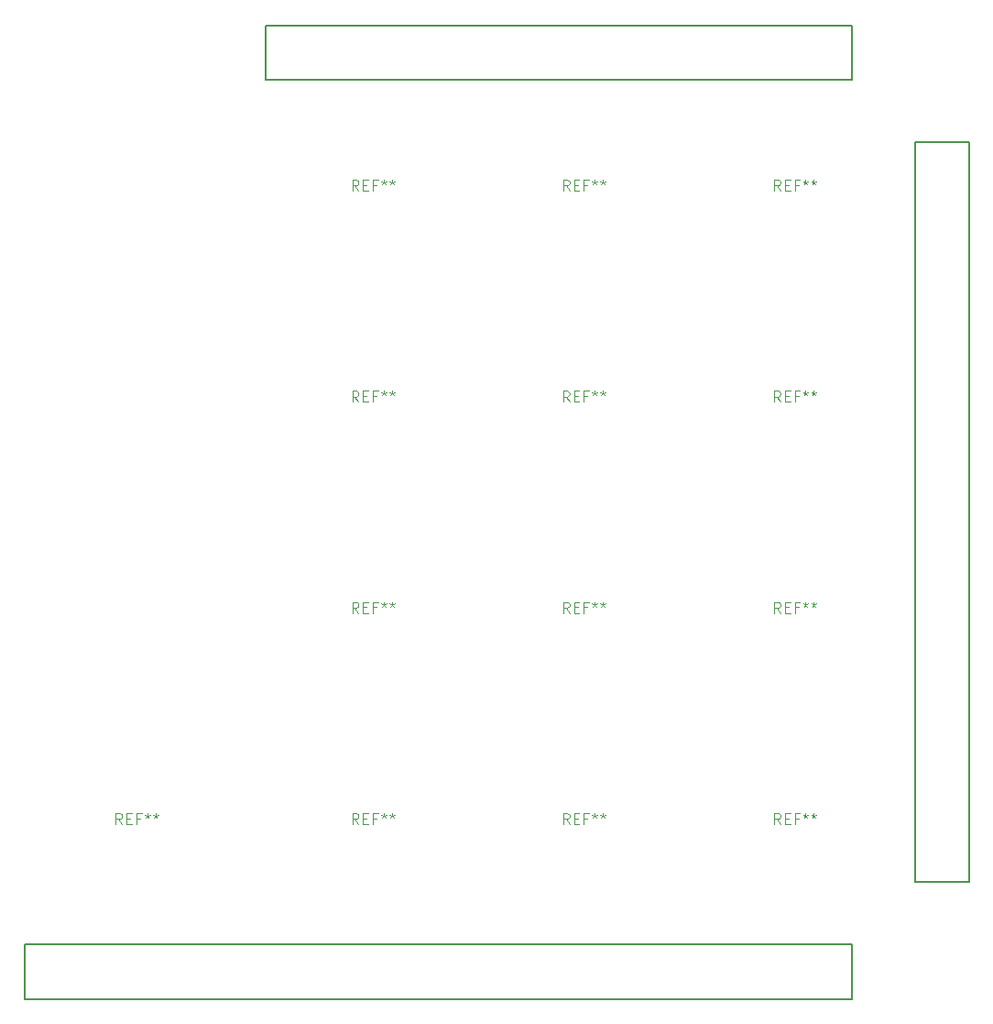
<source format=gbr>
%TF.GenerationSoftware,KiCad,Pcbnew,7.0.5*%
%TF.CreationDate,2023-09-25T19:53:08-07:00*%
%TF.ProjectId,plate,706c6174-652e-46b6-9963-61645f706362,rev?*%
%TF.SameCoordinates,Original*%
%TF.FileFunction,Legend,Top*%
%TF.FilePolarity,Positive*%
%FSLAX46Y46*%
G04 Gerber Fmt 4.6, Leading zero omitted, Abs format (unit mm)*
G04 Created by KiCad (PCBNEW 7.0.5) date 2023-09-25 19:53:08*
%MOMM*%
%LPD*%
G01*
G04 APERTURE LIST*
%ADD10C,0.150000*%
%ADD11C,0.100000*%
G04 APERTURE END LIST*
D10*
X189200000Y-63100000D02*
X194200000Y-63100000D01*
X194200000Y-131400000D01*
X189200000Y-131400000D01*
X189200000Y-63100000D01*
X129200000Y-52300000D02*
X183400000Y-52300000D01*
X183400000Y-57300000D01*
X129200000Y-57300000D01*
X129200000Y-52300000D01*
X106900000Y-137200000D02*
X183400000Y-137200000D01*
X183400000Y-142200000D01*
X106900000Y-142200000D01*
X106900000Y-137200000D01*
D11*
%TO.C,REF\u002A\u002A*%
X115916666Y-126057419D02*
X115583333Y-125581228D01*
X115345238Y-126057419D02*
X115345238Y-125057419D01*
X115345238Y-125057419D02*
X115726190Y-125057419D01*
X115726190Y-125057419D02*
X115821428Y-125105038D01*
X115821428Y-125105038D02*
X115869047Y-125152657D01*
X115869047Y-125152657D02*
X115916666Y-125247895D01*
X115916666Y-125247895D02*
X115916666Y-125390752D01*
X115916666Y-125390752D02*
X115869047Y-125485990D01*
X115869047Y-125485990D02*
X115821428Y-125533609D01*
X115821428Y-125533609D02*
X115726190Y-125581228D01*
X115726190Y-125581228D02*
X115345238Y-125581228D01*
X116345238Y-125533609D02*
X116678571Y-125533609D01*
X116821428Y-126057419D02*
X116345238Y-126057419D01*
X116345238Y-126057419D02*
X116345238Y-125057419D01*
X116345238Y-125057419D02*
X116821428Y-125057419D01*
X117583333Y-125533609D02*
X117250000Y-125533609D01*
X117250000Y-126057419D02*
X117250000Y-125057419D01*
X117250000Y-125057419D02*
X117726190Y-125057419D01*
X118250000Y-125057419D02*
X118250000Y-125295514D01*
X118011905Y-125200276D02*
X118250000Y-125295514D01*
X118250000Y-125295514D02*
X118488095Y-125200276D01*
X118107143Y-125485990D02*
X118250000Y-125295514D01*
X118250000Y-125295514D02*
X118392857Y-125485990D01*
X119011905Y-125057419D02*
X119011905Y-125295514D01*
X118773810Y-125200276D02*
X119011905Y-125295514D01*
X119011905Y-125295514D02*
X119250000Y-125200276D01*
X118869048Y-125485990D02*
X119011905Y-125295514D01*
X119011905Y-125295514D02*
X119154762Y-125485990D01*
X137766666Y-106557419D02*
X137433333Y-106081228D01*
X137195238Y-106557419D02*
X137195238Y-105557419D01*
X137195238Y-105557419D02*
X137576190Y-105557419D01*
X137576190Y-105557419D02*
X137671428Y-105605038D01*
X137671428Y-105605038D02*
X137719047Y-105652657D01*
X137719047Y-105652657D02*
X137766666Y-105747895D01*
X137766666Y-105747895D02*
X137766666Y-105890752D01*
X137766666Y-105890752D02*
X137719047Y-105985990D01*
X137719047Y-105985990D02*
X137671428Y-106033609D01*
X137671428Y-106033609D02*
X137576190Y-106081228D01*
X137576190Y-106081228D02*
X137195238Y-106081228D01*
X138195238Y-106033609D02*
X138528571Y-106033609D01*
X138671428Y-106557419D02*
X138195238Y-106557419D01*
X138195238Y-106557419D02*
X138195238Y-105557419D01*
X138195238Y-105557419D02*
X138671428Y-105557419D01*
X139433333Y-106033609D02*
X139100000Y-106033609D01*
X139100000Y-106557419D02*
X139100000Y-105557419D01*
X139100000Y-105557419D02*
X139576190Y-105557419D01*
X140100000Y-105557419D02*
X140100000Y-105795514D01*
X139861905Y-105700276D02*
X140100000Y-105795514D01*
X140100000Y-105795514D02*
X140338095Y-105700276D01*
X139957143Y-105985990D02*
X140100000Y-105795514D01*
X140100000Y-105795514D02*
X140242857Y-105985990D01*
X140861905Y-105557419D02*
X140861905Y-105795514D01*
X140623810Y-105700276D02*
X140861905Y-105795514D01*
X140861905Y-105795514D02*
X141100000Y-105700276D01*
X140719048Y-105985990D02*
X140861905Y-105795514D01*
X140861905Y-105795514D02*
X141004762Y-105985990D01*
X157266666Y-67557419D02*
X156933333Y-67081228D01*
X156695238Y-67557419D02*
X156695238Y-66557419D01*
X156695238Y-66557419D02*
X157076190Y-66557419D01*
X157076190Y-66557419D02*
X157171428Y-66605038D01*
X157171428Y-66605038D02*
X157219047Y-66652657D01*
X157219047Y-66652657D02*
X157266666Y-66747895D01*
X157266666Y-66747895D02*
X157266666Y-66890752D01*
X157266666Y-66890752D02*
X157219047Y-66985990D01*
X157219047Y-66985990D02*
X157171428Y-67033609D01*
X157171428Y-67033609D02*
X157076190Y-67081228D01*
X157076190Y-67081228D02*
X156695238Y-67081228D01*
X157695238Y-67033609D02*
X158028571Y-67033609D01*
X158171428Y-67557419D02*
X157695238Y-67557419D01*
X157695238Y-67557419D02*
X157695238Y-66557419D01*
X157695238Y-66557419D02*
X158171428Y-66557419D01*
X158933333Y-67033609D02*
X158600000Y-67033609D01*
X158600000Y-67557419D02*
X158600000Y-66557419D01*
X158600000Y-66557419D02*
X159076190Y-66557419D01*
X159600000Y-66557419D02*
X159600000Y-66795514D01*
X159361905Y-66700276D02*
X159600000Y-66795514D01*
X159600000Y-66795514D02*
X159838095Y-66700276D01*
X159457143Y-66985990D02*
X159600000Y-66795514D01*
X159600000Y-66795514D02*
X159742857Y-66985990D01*
X160361905Y-66557419D02*
X160361905Y-66795514D01*
X160123810Y-66700276D02*
X160361905Y-66795514D01*
X160361905Y-66795514D02*
X160600000Y-66700276D01*
X160219048Y-66985990D02*
X160361905Y-66795514D01*
X160361905Y-66795514D02*
X160504762Y-66985990D01*
X157266666Y-87057419D02*
X156933333Y-86581228D01*
X156695238Y-87057419D02*
X156695238Y-86057419D01*
X156695238Y-86057419D02*
X157076190Y-86057419D01*
X157076190Y-86057419D02*
X157171428Y-86105038D01*
X157171428Y-86105038D02*
X157219047Y-86152657D01*
X157219047Y-86152657D02*
X157266666Y-86247895D01*
X157266666Y-86247895D02*
X157266666Y-86390752D01*
X157266666Y-86390752D02*
X157219047Y-86485990D01*
X157219047Y-86485990D02*
X157171428Y-86533609D01*
X157171428Y-86533609D02*
X157076190Y-86581228D01*
X157076190Y-86581228D02*
X156695238Y-86581228D01*
X157695238Y-86533609D02*
X158028571Y-86533609D01*
X158171428Y-87057419D02*
X157695238Y-87057419D01*
X157695238Y-87057419D02*
X157695238Y-86057419D01*
X157695238Y-86057419D02*
X158171428Y-86057419D01*
X158933333Y-86533609D02*
X158600000Y-86533609D01*
X158600000Y-87057419D02*
X158600000Y-86057419D01*
X158600000Y-86057419D02*
X159076190Y-86057419D01*
X159600000Y-86057419D02*
X159600000Y-86295514D01*
X159361905Y-86200276D02*
X159600000Y-86295514D01*
X159600000Y-86295514D02*
X159838095Y-86200276D01*
X159457143Y-86485990D02*
X159600000Y-86295514D01*
X159600000Y-86295514D02*
X159742857Y-86485990D01*
X160361905Y-86057419D02*
X160361905Y-86295514D01*
X160123810Y-86200276D02*
X160361905Y-86295514D01*
X160361905Y-86295514D02*
X160600000Y-86200276D01*
X160219048Y-86485990D02*
X160361905Y-86295514D01*
X160361905Y-86295514D02*
X160504762Y-86485990D01*
X176766666Y-106557419D02*
X176433333Y-106081228D01*
X176195238Y-106557419D02*
X176195238Y-105557419D01*
X176195238Y-105557419D02*
X176576190Y-105557419D01*
X176576190Y-105557419D02*
X176671428Y-105605038D01*
X176671428Y-105605038D02*
X176719047Y-105652657D01*
X176719047Y-105652657D02*
X176766666Y-105747895D01*
X176766666Y-105747895D02*
X176766666Y-105890752D01*
X176766666Y-105890752D02*
X176719047Y-105985990D01*
X176719047Y-105985990D02*
X176671428Y-106033609D01*
X176671428Y-106033609D02*
X176576190Y-106081228D01*
X176576190Y-106081228D02*
X176195238Y-106081228D01*
X177195238Y-106033609D02*
X177528571Y-106033609D01*
X177671428Y-106557419D02*
X177195238Y-106557419D01*
X177195238Y-106557419D02*
X177195238Y-105557419D01*
X177195238Y-105557419D02*
X177671428Y-105557419D01*
X178433333Y-106033609D02*
X178100000Y-106033609D01*
X178100000Y-106557419D02*
X178100000Y-105557419D01*
X178100000Y-105557419D02*
X178576190Y-105557419D01*
X179100000Y-105557419D02*
X179100000Y-105795514D01*
X178861905Y-105700276D02*
X179100000Y-105795514D01*
X179100000Y-105795514D02*
X179338095Y-105700276D01*
X178957143Y-105985990D02*
X179100000Y-105795514D01*
X179100000Y-105795514D02*
X179242857Y-105985990D01*
X179861905Y-105557419D02*
X179861905Y-105795514D01*
X179623810Y-105700276D02*
X179861905Y-105795514D01*
X179861905Y-105795514D02*
X180100000Y-105700276D01*
X179719048Y-105985990D02*
X179861905Y-105795514D01*
X179861905Y-105795514D02*
X180004762Y-105985990D01*
X176766666Y-67557419D02*
X176433333Y-67081228D01*
X176195238Y-67557419D02*
X176195238Y-66557419D01*
X176195238Y-66557419D02*
X176576190Y-66557419D01*
X176576190Y-66557419D02*
X176671428Y-66605038D01*
X176671428Y-66605038D02*
X176719047Y-66652657D01*
X176719047Y-66652657D02*
X176766666Y-66747895D01*
X176766666Y-66747895D02*
X176766666Y-66890752D01*
X176766666Y-66890752D02*
X176719047Y-66985990D01*
X176719047Y-66985990D02*
X176671428Y-67033609D01*
X176671428Y-67033609D02*
X176576190Y-67081228D01*
X176576190Y-67081228D02*
X176195238Y-67081228D01*
X177195238Y-67033609D02*
X177528571Y-67033609D01*
X177671428Y-67557419D02*
X177195238Y-67557419D01*
X177195238Y-67557419D02*
X177195238Y-66557419D01*
X177195238Y-66557419D02*
X177671428Y-66557419D01*
X178433333Y-67033609D02*
X178100000Y-67033609D01*
X178100000Y-67557419D02*
X178100000Y-66557419D01*
X178100000Y-66557419D02*
X178576190Y-66557419D01*
X179100000Y-66557419D02*
X179100000Y-66795514D01*
X178861905Y-66700276D02*
X179100000Y-66795514D01*
X179100000Y-66795514D02*
X179338095Y-66700276D01*
X178957143Y-66985990D02*
X179100000Y-66795514D01*
X179100000Y-66795514D02*
X179242857Y-66985990D01*
X179861905Y-66557419D02*
X179861905Y-66795514D01*
X179623810Y-66700276D02*
X179861905Y-66795514D01*
X179861905Y-66795514D02*
X180100000Y-66700276D01*
X179719048Y-66985990D02*
X179861905Y-66795514D01*
X179861905Y-66795514D02*
X180004762Y-66985990D01*
X176766666Y-87057419D02*
X176433333Y-86581228D01*
X176195238Y-87057419D02*
X176195238Y-86057419D01*
X176195238Y-86057419D02*
X176576190Y-86057419D01*
X176576190Y-86057419D02*
X176671428Y-86105038D01*
X176671428Y-86105038D02*
X176719047Y-86152657D01*
X176719047Y-86152657D02*
X176766666Y-86247895D01*
X176766666Y-86247895D02*
X176766666Y-86390752D01*
X176766666Y-86390752D02*
X176719047Y-86485990D01*
X176719047Y-86485990D02*
X176671428Y-86533609D01*
X176671428Y-86533609D02*
X176576190Y-86581228D01*
X176576190Y-86581228D02*
X176195238Y-86581228D01*
X177195238Y-86533609D02*
X177528571Y-86533609D01*
X177671428Y-87057419D02*
X177195238Y-87057419D01*
X177195238Y-87057419D02*
X177195238Y-86057419D01*
X177195238Y-86057419D02*
X177671428Y-86057419D01*
X178433333Y-86533609D02*
X178100000Y-86533609D01*
X178100000Y-87057419D02*
X178100000Y-86057419D01*
X178100000Y-86057419D02*
X178576190Y-86057419D01*
X179100000Y-86057419D02*
X179100000Y-86295514D01*
X178861905Y-86200276D02*
X179100000Y-86295514D01*
X179100000Y-86295514D02*
X179338095Y-86200276D01*
X178957143Y-86485990D02*
X179100000Y-86295514D01*
X179100000Y-86295514D02*
X179242857Y-86485990D01*
X179861905Y-86057419D02*
X179861905Y-86295514D01*
X179623810Y-86200276D02*
X179861905Y-86295514D01*
X179861905Y-86295514D02*
X180100000Y-86200276D01*
X179719048Y-86485990D02*
X179861905Y-86295514D01*
X179861905Y-86295514D02*
X180004762Y-86485990D01*
X137766666Y-126057419D02*
X137433333Y-125581228D01*
X137195238Y-126057419D02*
X137195238Y-125057419D01*
X137195238Y-125057419D02*
X137576190Y-125057419D01*
X137576190Y-125057419D02*
X137671428Y-125105038D01*
X137671428Y-125105038D02*
X137719047Y-125152657D01*
X137719047Y-125152657D02*
X137766666Y-125247895D01*
X137766666Y-125247895D02*
X137766666Y-125390752D01*
X137766666Y-125390752D02*
X137719047Y-125485990D01*
X137719047Y-125485990D02*
X137671428Y-125533609D01*
X137671428Y-125533609D02*
X137576190Y-125581228D01*
X137576190Y-125581228D02*
X137195238Y-125581228D01*
X138195238Y-125533609D02*
X138528571Y-125533609D01*
X138671428Y-126057419D02*
X138195238Y-126057419D01*
X138195238Y-126057419D02*
X138195238Y-125057419D01*
X138195238Y-125057419D02*
X138671428Y-125057419D01*
X139433333Y-125533609D02*
X139100000Y-125533609D01*
X139100000Y-126057419D02*
X139100000Y-125057419D01*
X139100000Y-125057419D02*
X139576190Y-125057419D01*
X140100000Y-125057419D02*
X140100000Y-125295514D01*
X139861905Y-125200276D02*
X140100000Y-125295514D01*
X140100000Y-125295514D02*
X140338095Y-125200276D01*
X139957143Y-125485990D02*
X140100000Y-125295514D01*
X140100000Y-125295514D02*
X140242857Y-125485990D01*
X140861905Y-125057419D02*
X140861905Y-125295514D01*
X140623810Y-125200276D02*
X140861905Y-125295514D01*
X140861905Y-125295514D02*
X141100000Y-125200276D01*
X140719048Y-125485990D02*
X140861905Y-125295514D01*
X140861905Y-125295514D02*
X141004762Y-125485990D01*
X176766666Y-126057419D02*
X176433333Y-125581228D01*
X176195238Y-126057419D02*
X176195238Y-125057419D01*
X176195238Y-125057419D02*
X176576190Y-125057419D01*
X176576190Y-125057419D02*
X176671428Y-125105038D01*
X176671428Y-125105038D02*
X176719047Y-125152657D01*
X176719047Y-125152657D02*
X176766666Y-125247895D01*
X176766666Y-125247895D02*
X176766666Y-125390752D01*
X176766666Y-125390752D02*
X176719047Y-125485990D01*
X176719047Y-125485990D02*
X176671428Y-125533609D01*
X176671428Y-125533609D02*
X176576190Y-125581228D01*
X176576190Y-125581228D02*
X176195238Y-125581228D01*
X177195238Y-125533609D02*
X177528571Y-125533609D01*
X177671428Y-126057419D02*
X177195238Y-126057419D01*
X177195238Y-126057419D02*
X177195238Y-125057419D01*
X177195238Y-125057419D02*
X177671428Y-125057419D01*
X178433333Y-125533609D02*
X178100000Y-125533609D01*
X178100000Y-126057419D02*
X178100000Y-125057419D01*
X178100000Y-125057419D02*
X178576190Y-125057419D01*
X179100000Y-125057419D02*
X179100000Y-125295514D01*
X178861905Y-125200276D02*
X179100000Y-125295514D01*
X179100000Y-125295514D02*
X179338095Y-125200276D01*
X178957143Y-125485990D02*
X179100000Y-125295514D01*
X179100000Y-125295514D02*
X179242857Y-125485990D01*
X179861905Y-125057419D02*
X179861905Y-125295514D01*
X179623810Y-125200276D02*
X179861905Y-125295514D01*
X179861905Y-125295514D02*
X180100000Y-125200276D01*
X179719048Y-125485990D02*
X179861905Y-125295514D01*
X179861905Y-125295514D02*
X180004762Y-125485990D01*
X157266666Y-106557419D02*
X156933333Y-106081228D01*
X156695238Y-106557419D02*
X156695238Y-105557419D01*
X156695238Y-105557419D02*
X157076190Y-105557419D01*
X157076190Y-105557419D02*
X157171428Y-105605038D01*
X157171428Y-105605038D02*
X157219047Y-105652657D01*
X157219047Y-105652657D02*
X157266666Y-105747895D01*
X157266666Y-105747895D02*
X157266666Y-105890752D01*
X157266666Y-105890752D02*
X157219047Y-105985990D01*
X157219047Y-105985990D02*
X157171428Y-106033609D01*
X157171428Y-106033609D02*
X157076190Y-106081228D01*
X157076190Y-106081228D02*
X156695238Y-106081228D01*
X157695238Y-106033609D02*
X158028571Y-106033609D01*
X158171428Y-106557419D02*
X157695238Y-106557419D01*
X157695238Y-106557419D02*
X157695238Y-105557419D01*
X157695238Y-105557419D02*
X158171428Y-105557419D01*
X158933333Y-106033609D02*
X158600000Y-106033609D01*
X158600000Y-106557419D02*
X158600000Y-105557419D01*
X158600000Y-105557419D02*
X159076190Y-105557419D01*
X159600000Y-105557419D02*
X159600000Y-105795514D01*
X159361905Y-105700276D02*
X159600000Y-105795514D01*
X159600000Y-105795514D02*
X159838095Y-105700276D01*
X159457143Y-105985990D02*
X159600000Y-105795514D01*
X159600000Y-105795514D02*
X159742857Y-105985990D01*
X160361905Y-105557419D02*
X160361905Y-105795514D01*
X160123810Y-105700276D02*
X160361905Y-105795514D01*
X160361905Y-105795514D02*
X160600000Y-105700276D01*
X160219048Y-105985990D02*
X160361905Y-105795514D01*
X160361905Y-105795514D02*
X160504762Y-105985990D01*
X157266666Y-126057419D02*
X156933333Y-125581228D01*
X156695238Y-126057419D02*
X156695238Y-125057419D01*
X156695238Y-125057419D02*
X157076190Y-125057419D01*
X157076190Y-125057419D02*
X157171428Y-125105038D01*
X157171428Y-125105038D02*
X157219047Y-125152657D01*
X157219047Y-125152657D02*
X157266666Y-125247895D01*
X157266666Y-125247895D02*
X157266666Y-125390752D01*
X157266666Y-125390752D02*
X157219047Y-125485990D01*
X157219047Y-125485990D02*
X157171428Y-125533609D01*
X157171428Y-125533609D02*
X157076190Y-125581228D01*
X157076190Y-125581228D02*
X156695238Y-125581228D01*
X157695238Y-125533609D02*
X158028571Y-125533609D01*
X158171428Y-126057419D02*
X157695238Y-126057419D01*
X157695238Y-126057419D02*
X157695238Y-125057419D01*
X157695238Y-125057419D02*
X158171428Y-125057419D01*
X158933333Y-125533609D02*
X158600000Y-125533609D01*
X158600000Y-126057419D02*
X158600000Y-125057419D01*
X158600000Y-125057419D02*
X159076190Y-125057419D01*
X159600000Y-125057419D02*
X159600000Y-125295514D01*
X159361905Y-125200276D02*
X159600000Y-125295514D01*
X159600000Y-125295514D02*
X159838095Y-125200276D01*
X159457143Y-125485990D02*
X159600000Y-125295514D01*
X159600000Y-125295514D02*
X159742857Y-125485990D01*
X160361905Y-125057419D02*
X160361905Y-125295514D01*
X160123810Y-125200276D02*
X160361905Y-125295514D01*
X160361905Y-125295514D02*
X160600000Y-125200276D01*
X160219048Y-125485990D02*
X160361905Y-125295514D01*
X160361905Y-125295514D02*
X160504762Y-125485990D01*
X137766666Y-87057419D02*
X137433333Y-86581228D01*
X137195238Y-87057419D02*
X137195238Y-86057419D01*
X137195238Y-86057419D02*
X137576190Y-86057419D01*
X137576190Y-86057419D02*
X137671428Y-86105038D01*
X137671428Y-86105038D02*
X137719047Y-86152657D01*
X137719047Y-86152657D02*
X137766666Y-86247895D01*
X137766666Y-86247895D02*
X137766666Y-86390752D01*
X137766666Y-86390752D02*
X137719047Y-86485990D01*
X137719047Y-86485990D02*
X137671428Y-86533609D01*
X137671428Y-86533609D02*
X137576190Y-86581228D01*
X137576190Y-86581228D02*
X137195238Y-86581228D01*
X138195238Y-86533609D02*
X138528571Y-86533609D01*
X138671428Y-87057419D02*
X138195238Y-87057419D01*
X138195238Y-87057419D02*
X138195238Y-86057419D01*
X138195238Y-86057419D02*
X138671428Y-86057419D01*
X139433333Y-86533609D02*
X139100000Y-86533609D01*
X139100000Y-87057419D02*
X139100000Y-86057419D01*
X139100000Y-86057419D02*
X139576190Y-86057419D01*
X140100000Y-86057419D02*
X140100000Y-86295514D01*
X139861905Y-86200276D02*
X140100000Y-86295514D01*
X140100000Y-86295514D02*
X140338095Y-86200276D01*
X139957143Y-86485990D02*
X140100000Y-86295514D01*
X140100000Y-86295514D02*
X140242857Y-86485990D01*
X140861905Y-86057419D02*
X140861905Y-86295514D01*
X140623810Y-86200276D02*
X140861905Y-86295514D01*
X140861905Y-86295514D02*
X141100000Y-86200276D01*
X140719048Y-86485990D02*
X140861905Y-86295514D01*
X140861905Y-86295514D02*
X141004762Y-86485990D01*
X137766666Y-67557419D02*
X137433333Y-67081228D01*
X137195238Y-67557419D02*
X137195238Y-66557419D01*
X137195238Y-66557419D02*
X137576190Y-66557419D01*
X137576190Y-66557419D02*
X137671428Y-66605038D01*
X137671428Y-66605038D02*
X137719047Y-66652657D01*
X137719047Y-66652657D02*
X137766666Y-66747895D01*
X137766666Y-66747895D02*
X137766666Y-66890752D01*
X137766666Y-66890752D02*
X137719047Y-66985990D01*
X137719047Y-66985990D02*
X137671428Y-67033609D01*
X137671428Y-67033609D02*
X137576190Y-67081228D01*
X137576190Y-67081228D02*
X137195238Y-67081228D01*
X138195238Y-67033609D02*
X138528571Y-67033609D01*
X138671428Y-67557419D02*
X138195238Y-67557419D01*
X138195238Y-67557419D02*
X138195238Y-66557419D01*
X138195238Y-66557419D02*
X138671428Y-66557419D01*
X139433333Y-67033609D02*
X139100000Y-67033609D01*
X139100000Y-67557419D02*
X139100000Y-66557419D01*
X139100000Y-66557419D02*
X139576190Y-66557419D01*
X140100000Y-66557419D02*
X140100000Y-66795514D01*
X139861905Y-66700276D02*
X140100000Y-66795514D01*
X140100000Y-66795514D02*
X140338095Y-66700276D01*
X139957143Y-66985990D02*
X140100000Y-66795514D01*
X140100000Y-66795514D02*
X140242857Y-66985990D01*
X140861905Y-66557419D02*
X140861905Y-66795514D01*
X140623810Y-66700276D02*
X140861905Y-66795514D01*
X140861905Y-66795514D02*
X141100000Y-66700276D01*
X140719048Y-66985990D02*
X140861905Y-66795514D01*
X140861905Y-66795514D02*
X141004762Y-66985990D01*
%TD*%
M02*

</source>
